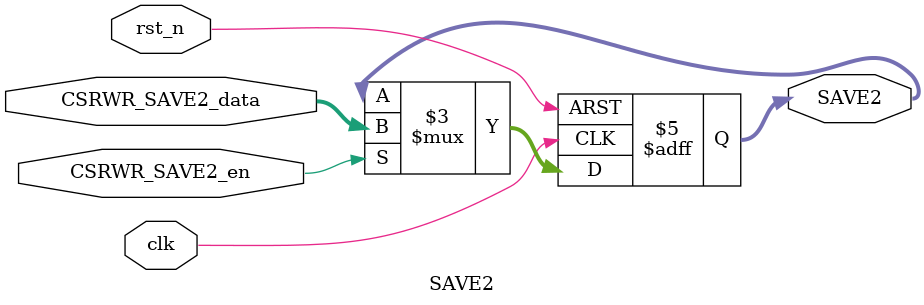
<source format=v>
module SAVE2 (
    input               clk,
    input               rst_n,

    input               CSRWR_SAVE2_en,
    input        [31:0] CSRWR_SAVE2_data,

    output  reg  [31:0] SAVE2
);
    
    always @(posedge clk or negedge rst_n) begin
        if(!rst_n)
            SAVE2 <= 32'b0;
        else if(CSRWR_SAVE2_en)
            SAVE2 <= CSRWR_SAVE2_data;
    end

endmodule
</source>
